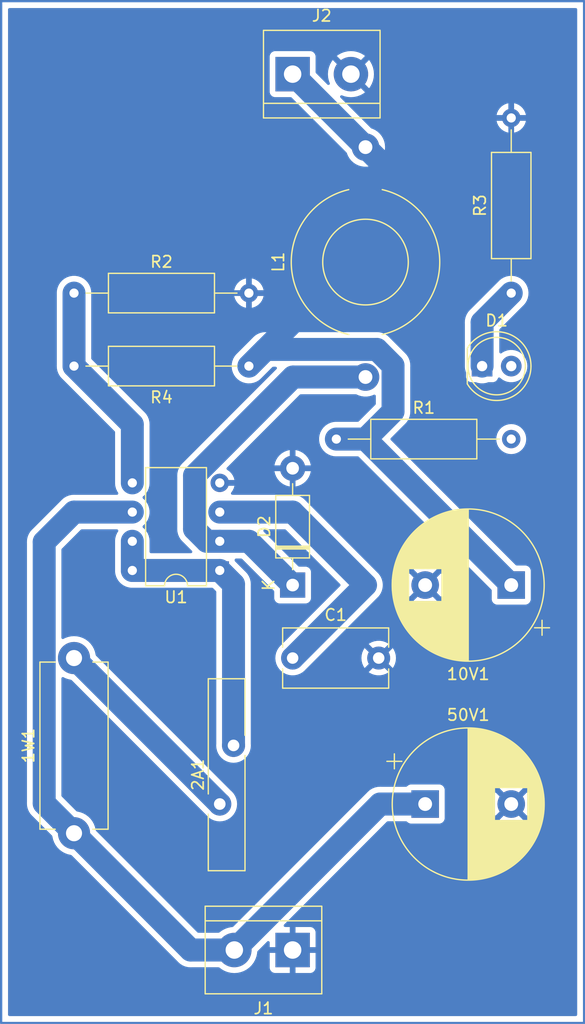
<source format=kicad_pcb>
(kicad_pcb (version 20221018) (generator pcbnew)
  (title_block (title "Phone Charger Module for Car") (date "12.03.2023") (rev "1.0") (company "by Muxtar_Safarov"))
  (layers (0 "F.Cu" signal) (31 "B.Cu" signal) (34 "B.Paste" user) (35 "F.Paste" user) (36 "B.SilkS" user "B.Silkscreen") (37 "F.SilkS" user "F.Silkscreen") (38 "B.Mask" user) (39 "F.Mask" user) (44 "Edge.Cuts" user))
  (net 0 "")
  (net 1 "VCC")
  (net 2 "Net-(1W1-Pad2)")
  (net 3 "Net-(U1-DC)")
  (net 4 "Net-(J2-Pin_1)")
  (net 5 "Earth")
  (net 6 "Net-(U1-TC)")
  (net 7 "Net-(D1-K)")
  (net 8 "Net-(D1-A)")
  (net 9 "Net-(D2-K)")
  (net 10 "Net-(U1-Vfb)")
  (footprint "Package_DIP:DIP-8_W7.62mm" (layer "F.Cu") (at 95.25 138.43 180)
    (fp_text reference "U1" (at 3.81 -2.33) (layer "F.SilkS"))
    (fp_text value "MC34063AP")
    (pad "1" thru_hole rect (at 0 0 180) (size 1.6 1.6) (drill 0.8) (layers "*.Cu" "*.Mask") (net 3 "Net-(U1-DC)"))
    (pad "2" thru_hole oval (at 0 2.54 180) (size 1.6 1.6) (drill 0.8) (layers "*.Cu" "*.Mask") (net 9 "Net-(D2-K)"))
    (pad "3" thru_hole oval (at 0 5.08 180) (size 1.6 1.6) (drill 0.8) (layers "*.Cu" "*.Mask") (net 6 "Net-(U1-TC)"))
    (pad "4" thru_hole oval (at 0 7.62 180) (size 1.6 1.6) (drill 0.8) (layers "*.Cu" "*.Mask") (net 5 "Earth"))
    (pad "5" thru_hole oval (at 7.62 7.62 180) (size 1.6 1.6) (drill 0.8) (layers "*.Cu" "*.Mask") (net 10 "Net-(U1-Vfb)"))
    (pad "6" thru_hole oval (at 7.62 5.08 180) (size 1.6 1.6) (drill 0.8) (layers "*.Cu" "*.Mask") (net 1 "VCC"))
    (pad "7" thru_hole oval (at 7.62 2.54 180) (size 1.6 1.6) (drill 0.8) (layers "*.Cu" "*.Mask") (net 3 "Net-(U1-DC)"))
    (pad "8" thru_hole oval (at 7.62 0 180) (size 1.6 1.6) (drill 0.8) (layers "*.Cu" "*.Mask") (net 3 "Net-(U1-DC)"))
  )
  (footprint "Capacitor_THT:C_Disc_D9.0mm_W5.0mm_P7.50mm" (layer "F.Cu") (at 101.6 146.05)
    (fp_text reference "C1" (at 3.75 -3.75) (layer "F.SilkS"))
    (fp_text value "330pF")
    (pad "1" thru_hole circle (at 0 0) (size 2 2) (drill 1) (layers "*.Cu" "*.Mask") (net 6 "Net-(U1-TC)"))
    (pad "2" thru_hole circle (at 7.5 0) (size 2 2) (drill 1) (layers "*.Cu" "*.Mask") (net 5 "Earth"))
  )
  (footprint "TerminalBlock:TerminalBlock_bornier-2_P5.08mm" (layer "F.Cu") (at 101.6 95.25)
    (fp_text reference "J2" (at 2.54 -5.08) (layer "F.SilkS"))
    (fp_text value "Screw_Terminal_01x02")
    (pad "1" thru_hole rect (at 0 0) (size 3 3) (drill 1.52) (layers "*.Cu" "*.Mask") (net 4 "Net-(J2-Pin_1)"))
    (pad "2" thru_hole circle (at 5.08 0) (size 3 3) (drill 1.52) (layers "*.Cu" "*.Mask") (net 5 "Earth"))
  )
  (footprint "Resistor_THT:R_Axial_DIN0309_L9.0mm_D3.2mm_P15.24mm_Horizontal" (layer "F.Cu") (at 82.55 114.3)
    (fp_text reference "R2" (at 7.62 -2.72) (layer "F.SilkS"))
    (fp_text value "1,5K")
    (pad "1" thru_hole circle (at 0 0) (size 1.6 1.6) (drill 0.8) (layers "*.Cu" "*.Mask") (net 10 "Net-(U1-Vfb)"))
    (pad "2" thru_hole oval (at 15.24 0) (size 1.6 1.6) (drill 0.8) (layers "*.Cu" "*.Mask") (net 5 "Earth"))
  )
  (footprint "Fuse:Fuse_Bourns_MF-RG1000" (layer "F.Cu") (at 95.25 158.75 90)
    (fp_text reference "2A1" (at 2.55 -1.9 90) (layer "F.SilkS"))
    (fp_text value "Fuse")
    (pad "1" thru_hole circle (at 0 0 90) (size 2.01 2.01) (drill 1.01) (layers "*.Cu" "*.Mask") (net 2 "Net-(1W1-Pad2)"))
    (pad "2" thru_hole circle (at 5.1 1.2 90) (size 2.01 2.01) (drill 1.01) (layers "*.Cu" "*.Mask") (net 3 "Net-(U1-DC)"))
  )
  (footprint "Resistor_THT:R_Axial_DIN0309_L9.0mm_D3.2mm_P15.24mm_Horizontal" (layer "F.Cu") (at 97.79 120.65 180)
    (fp_text reference "R4" (at 7.62 -2.72) (layer "F.SilkS"))
    (fp_text value "5,1K")
    (pad "1" thru_hole circle (at 0 0 180) (size 1.6 1.6) (drill 0.8) (layers "*.Cu" "*.Mask") (net 4 "Net-(J2-Pin_1)"))
    (pad "2" thru_hole oval (at 15.24 0 180) (size 1.6 1.6) (drill 0.8) (layers "*.Cu" "*.Mask") (net 10 "Net-(U1-Vfb)"))
  )
  (footprint "Diode_THT:D_DO-41_SOD81_P10.16mm_Horizontal" (layer "F.Cu") (at 101.6 139.7 90)
    (fp_text reference "D2" (at 5.08 -2.47 90) (layer "F.SilkS"))
    (fp_text value "1N4007")
    (fp_text user "K" (at 0 -2.1 90) (layer "F.SilkS"))
    (pad "1" thru_hole rect (at 0 0 90) (size 2.2 2.2) (drill 1.1) (layers "*.Cu" "*.Mask") (net 9 "Net-(D2-K)"))
    (pad "2" thru_hole oval (at 10.16 0 90) (size 2.2 2.2) (drill 1.1) (layers "*.Cu" "*.Mask") (net 5 "Earth"))
  )
  (footprint "Inductor_THT:L_Toroid_Horizontal_D12.7mm_P20.00mm_Diameter14-5mm_Amidon-T50" (layer "F.Cu") (at 107.95 121.6 90)
    (fp_text reference "L1" (at 10 -7.6 90) (layer "F.SilkS"))
    (fp_text value "470uH")
    (pad "1" thru_hole circle (at 0 0 90) (size 2.4 2.4) (drill 1.2) (layers "*.Cu" "*.Mask") (net 9 "Net-(D2-K)"))
    (pad "2" thru_hole circle (at 20 0 90) (size 2.4 2.4) (drill 1.2) (layers "*.Cu" "*.Mask") (net 4 "Net-(J2-Pin_1)"))
  )
  (footprint "Capacitor_THT:CP_Radial_D13.0mm_P7.50mm" (layer "F.Cu") (at 113.15 158.75)
    (fp_text reference "50V1" (at 3.75 -7.75) (layer "F.SilkS"))
    (fp_text value "100uF")
    (pad "1" thru_hole rect (at 0 0) (size 2.4 2.4) (drill 1.2) (layers "*.Cu" "*.Mask") (net 1 "VCC"))
    (pad "2" thru_hole circle (at 7.5 0) (size 2.4 2.4) (drill 1.2) (layers "*.Cu" "*.Mask") (net 5 "Earth"))
  )
  (footprint "Capacitor_THT:CP_Radial_D13.0mm_P7.50mm" (layer "F.Cu") (at 120.65 139.7 180)
    (fp_text reference "10V1" (at 3.75 -7.75) (layer "F.SilkS"))
    (fp_text value "220uF")
    (pad "1" thru_hole rect (at 0 0 180) (size 2.4 2.4) (drill 1.2) (layers "*.Cu" "*.Mask") (net 4 "Net-(J2-Pin_1)"))
    (pad "2" thru_hole circle (at 7.5 0 180) (size 2.4 2.4) (drill 1.2) (layers "*.Cu" "*.Mask") (net 5 "Earth"))
  )
  (footprint "TerminalBlock:TerminalBlock_bornier-2_P5.08mm" (layer "F.Cu") (at 101.6 171.45 180)
    (fp_text reference "J1" (at 2.54 -5.08) (layer "F.SilkS"))
    (fp_text value "12-24V INPUT")
    (pad "1" thru_hole rect (at 0 0 180) (size 3 3) (drill 1.52) (layers "*.Cu" "*.Mask") (net 5 "Earth"))
    (pad "2" thru_hole circle (at 5.08 0 180) (size 3 3) (drill 1.52) (layers "*.Cu" "*.Mask") (net 1 "VCC"))
  )
  (footprint "Resistor_THT:R_Axial_DIN0309_L9.0mm_D3.2mm_P15.24mm_Horizontal" (layer "F.Cu") (at 120.65 114.3 90)
    (fp_text reference "R3" (at 7.62 -2.72 90) (layer "F.SilkS"))
    (fp_text value "270R")
    (pad "1" thru_hole circle (at 0 0 90) (size 1.6 1.6) (drill 0.8) (layers "*.Cu" "*.Mask") (net 7 "Net-(D1-K)"))
    (pad "2" thru_hole oval (at 15.24 0 90) (size 1.6 1.6) (drill 0.8) (layers "*.Cu" "*.Mask") (net 5 "Earth"))
  )
  (footprint "LED_THT:LED_D5.0mm" (layer "F.Cu") (at 118.11 120.65)
    (fp_text reference "D1" (at 1.27 -3.96) (layer "F.SilkS"))
    (fp_text value "LED")
    (pad "1" thru_hole rect (at 0 0) (size 1.8 1.8) (drill 0.9) (layers "*.Cu" "*.Mask") (net 7 "Net-(D1-K)"))
    (pad "2" thru_hole circle (at 2.54 0) (size 1.8 1.8) (drill 0.9) (layers "*.Cu" "*.Mask") (net 8 "Net-(D1-A)"))
  )
  (footprint "Resistor_THT:R_Axial_DIN0309_L9.0mm_D3.2mm_P15.24mm_Horizontal" (layer "F.Cu") (at 105.41 127)
    (fp_text reference "R1" (at 7.62 -2.72) (layer "F.SilkS"))
    (fp_text value "270R")
    (pad "1" thru_hole circle (at 0 0) (size 1.6 1.6) (drill 0.8) (layers "*.Cu" "*.Mask") (net 4 "Net-(J2-Pin_1)"))
    (pad "2" thru_hole oval (at 15.24 0) (size 1.6 1.6) (drill 0.8) (layers "*.Cu" "*.Mask") (net 8 "Net-(D1-A)"))
  )
  (footprint "Resistor_THT:R_Axial_DIN0614_L14.3mm_D5.7mm_P15.24mm_Horizontal" (layer "F.Cu") (at 82.55 161.29 90)
    (fp_text reference "1W1" (at 7.62 -3.97 90) (layer "F.SilkS"))
    (fp_text value "0,5R")
    (pad "1" thru_hole circle (at 0 0 90) (size 2.8 2.8) (drill 1.4) (layers "*.Cu" "*.Mask") (net 1 "VCC"))
    (pad "2" thru_hole oval (at 15.24 0 90) (size 2.8 2.8) (drill 1.4) (layers "*.Cu" "*.Mask") (net 2 "Net-(1W1-Pad2)"))
  )
  (gr_rect (start 76.2 88.9) (end 127 177.8) (stroke (width 0.2)) (fill none) (layer "B.Cu"))
  (segment (start 96.52 171.45) (end 109.22 158.75) (width 2) (layer "B.Cu") (net 1))
  (segment (start 92.71 171.45) (end 82.55 161.29) (width 2) (layer "B.Cu") (net 1))
  (segment (start 109.22 158.75) (end 113.15 158.75) (width 2) (layer "B.Cu") (net 1))
  (segment (start 82.55 133.35) (end 87.63 133.35) (width 2) (layer "B.Cu") (net 1))
  (segment (start 96.52 171.45) (end 92.71 171.45) (width 2) (layer "B.Cu") (net 1))
  (segment (start 82.55 161.29) (end 79.95 158.69) (width 2) (layer "B.Cu") (net 1))
  (segment (start 79.95 135.95) (end 82.55 133.35) (width 2) (layer "B.Cu") (net 1))
  (segment (start 79.95 158.69) (end 79.95 135.95) (width 2) (layer "B.Cu") (net 1))
  (segment (start 95.25 158.75) (end 82.55 146.05) (width 2) (layer "B.Cu") (net 2))
  (segment (start 96.45 153.65) (end 96.45 139.63) (width 2) (layer "B.Cu") (net 3))
  (segment (start 87.63 135.89) (end 87.63 138.43) (width 2) (layer "B.Cu") (net 3))
  (segment (start 96.45 139.63) (end 95.25 138.43) (width 2) (layer "B.Cu") (net 3))
  (segment (start 87.63 138.43) (end 95.25 138.43) (width 2) (layer "B.Cu") (net 3))
  (segment (start 110.35 104) (end 110.35 108.09) (width 2) (layer "B.Cu") (net 4))
  (segment (start 107.95 127) (end 105.41 127) (width 2) (layer "B.Cu") (net 4))
  (segment (start 99.24 119.2) (end 108.944113 119.2) (width 2) (layer "B.Cu") (net 4))
  (segment (start 108.944113 119.2) (end 110.35 120.605887) (width 2) (layer "B.Cu") (net 4))
  (segment (start 97.79 120.65) (end 99.24 119.2) (width 2) (layer "B.Cu") (net 4))
  (segment (start 107.95 101.6) (end 101.6 95.25) (width 2) (layer "B.Cu") (net 4))
  (segment (start 120.65 139.7) (end 107.95 127) (width 2) (layer "B.Cu") (net 4))
  (segment (start 107.95 101.6) (end 110.35 104) (width 2) (layer "B.Cu") (net 4))
  (segment (start 110.35 124.6) (end 107.95 127) (width 2) (layer "B.Cu") (net 4))
  (segment (start 110.35 108.09) (end 97.79 120.65) (width 2) (layer "B.Cu") (net 4))
  (segment (start 110.35 120.605887) (end 110.35 124.6) (width 2) (layer "B.Cu") (net 4))
  (segment (start 107.95 139.7) (end 101.6 133.35) (width 2) (layer "B.Cu") (net 6))
  (segment (start 101.6 146.05) (end 107.95 139.7) (width 2) (layer "B.Cu") (net 6))
  (segment (start 101.6 133.35) (end 95.25 133.35) (width 2) (layer "B.Cu") (net 6))
  (segment (start 118.11 116.84) (end 118.11 120.65) (width 2) (layer "B.Cu") (net 7))
  (segment (start 120.65 114.3) (end 118.11 116.84) (width 2) (layer "B.Cu") (net 7))
  (segment (start 93.05 134.82137) (end 93.05 130.181572) (width 2) (layer "B.Cu") (net 9))
  (segment (start 101.631572 121.6) (end 107.95 121.6) (width 2) (layer "B.Cu") (net 9))
  (segment (start 93.05 130.181572) (end 101.631572 121.6) (width 2) (layer "B.Cu") (net 9))
  (segment (start 95.25 135.89) (end 94.11863 135.89) (width 2) (layer "B.Cu") (net 9))
  (segment (start 95.25 135.89) (end 97.79 135.89) (width 2) (layer "B.Cu") (net 9))
  (segment (start 97.79 135.89) (end 101.6 139.7) (width 2) (layer "B.Cu") (net 9))
  (segment (start 94.11863 135.89) (end 93.05 134.82137) (width 2) (layer "B.Cu") (net 9))
  (segment (start 87.63 130.81) (end 87.63 125.73) (width 2) (layer "B.Cu") (net 10))
  (segment (start 87.63 125.73) (end 82.55 120.65) (width 2) (layer "B.Cu") (net 10))
  (segment (start 82.55 114.3) (end 82.55 120.65) (width 2) (layer "B.Cu") (net 10))
  (zone (net 5) (net_name "Earth") (layer "B.Cu") (connect_pads (clearance 0.5)) (min_thickness 0.25) (fill yes (thermal_gap 0.5) (thermal_bridge_width 0.5))
    (polygon (pts (xy 76.2 88.9) (xy 76.2 177.8) (xy 127 177.8) (xy 127 88.9)))
  )
)
</source>
